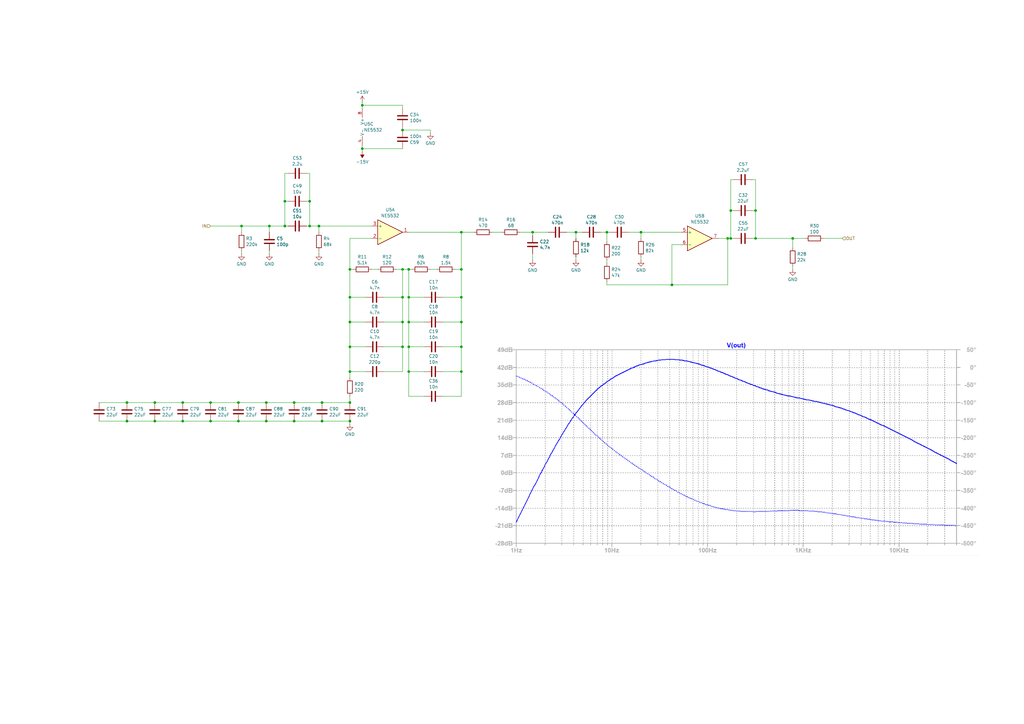
<source format=kicad_sch>
(kicad_sch (version 20250114) (generator "eeschema") (generator_version "9.0")
  (paper "A3")
  (lib_symbols
    (symbol "Amplifier_Operational:NE5532" (pin_names (offset 0.127))
      (property "Reference" "U" (at 0 5.08 0))
      (property "Value" "NE5532" (at 0 -5.08 0))
      (symbol "NE5532_1_1"
        (polyline (pts (xy -5.08 5.08) (xy 5.08 0) (xy -5.08 -5.08) (xy -5.08 5.08)) (stroke (width 0.254)) (fill (type background)))
        (pin input line (at -7.62 2.54 0) (length 2.54) (name "+") (number "3"))
        (pin input line (at -7.62 -2.54 0) (length 2.54) (name "-") (number "2"))
        (pin output line (at 7.62 0 180) (length 2.54) (name "~") (number "1"))
      )
      (symbol "NE5532_2_1"
        (polyline (pts (xy -5.08 5.08) (xy 5.08 0) (xy -5.08 -5.08) (xy -5.08 5.08)) (stroke (width 0.254)) (fill (type background)))
        (pin input line (at -7.62 2.54 0) (length 2.54) (name "+") (number "5"))
        (pin input line (at -7.62 -2.54 0) (length 2.54) (name "-") (number "6"))
        (pin output line (at 7.62 0 180) (length 2.54) (name "~") (number "7"))
      )
      (symbol "NE5532_3_1"
        (pin power_in line (at -2.54 7.62 270) (length 3.81) (name "V+") (number "8"))
        (pin power_in line (at -2.54 -7.62 90) (length 3.81) (name "V-") (number "4"))
      )
    )
    (symbol "Device:C" (pin_numbers (hide yes)) (pin_names (offset 0.254))
      (property "Reference" "C" (at 0.635 2.54 0))
      (property "Value" "C" (at 0.635 -2.54 0))
      (symbol "C_0_1"
        (polyline (pts (xy -2.032 0.762) (xy 2.032 0.762)) (stroke (width 0.508)))
        (polyline (pts (xy -2.032 -0.762) (xy 2.032 -0.762)) (stroke (width 0.508)))
      )
      (symbol "C_1_1"
        (pin passive line (at 0 3.81 270) (length 2.794) (name "~") (number "1"))
        (pin passive line (at 0 -3.81 90) (length 2.794) (name "~") (number "2"))
      )
    )
    (symbol "Device:R" (pin_numbers (hide yes)) (pin_names (offset 0))
      (property "Reference" "R" (at 2.032 0 90))
      (property "Value" "R" (at 0 0 90))
      (symbol "R_0_1"
        (rectangle (start -1.016 -2.54) (end 1.016 2.54) (stroke (width 0.254)))
      )
      (symbol "R_1_1"
        (pin passive line (at 0 3.81 270) (length 1.27) (name "~") (number "1"))
        (pin passive line (at 0 -3.81 90) (length 1.27) (name "~") (number "2"))
      )
    )
    (symbol "power:+15V" (power) (pin_numbers (hide yes)) (pin_names (offset 0) (hide yes))
      (property "Value" "+15V" (at 0 3.556 0))
      (symbol "+15V_0_1"
        (polyline (pts (xy -0.762 1.27) (xy 0 2.54)))
        (polyline (pts (xy 0 2.54) (xy 0.762 1.27)))
        (polyline (pts (xy 0 0) (xy 0 2.54)))
      )
      (symbol "+15V_1_1"
        (pin power_in line (at 0 0 90) (length 0) (name "~") (number "1"))
      )
    )
    (symbol "power:-15V" (power) (pin_numbers (hide yes)) (pin_names (offset 0) (hide yes))
      (property "Value" "-15V" (at 0 3.556 0))
      (symbol "-15V_0_0"
        (pin power_in line (at 0 0 90) (length 0) (name "~") (number "1"))
      )
      (symbol "-15V_0_1"
        (polyline (pts (xy 0 0) (xy 0 1.27) (xy 0.762 1.27) (xy 0 2.54) (xy -0.762 1.27) (xy 0 1.27)) (fill (type outline)))
      )
    )
    (symbol "power:GND" (power) (pin_numbers (hide yes)) (pin_names (offset 0) (hide yes))
      (property "Value" "GND" (at 0 -3.81 0))
      (symbol "GND_0_1"
        (polyline (pts (xy 0 0) (xy 0 -1.27) (xy 1.27 -1.27) (xy 0 -2.54) (xy -1.27 -1.27) (xy 0 -1.27)))
      )
      (symbol "GND_1_1"
        (pin power_in line (at 0 0 270) (length 0) (name "~") (number "1"))
      )
    )
  )
  (junction (at 74.93 172.72))
  (junction (at 189.23 152.4))
  (junction (at 74.93 165.1))
  (junction (at 148.59 60.96))
  (junction (at 236.22 95.25))
  (junction (at 127 92.71))
  (junction (at 167.64 110.49))
  (junction (at 262.89 95.25))
  (junction (at 167.64 142.24))
  (junction (at 143.51 110.49))
  (junction (at 167.64 121.92))
  (junction (at 309.88 97.79))
  (junction (at 120.65 172.72))
  (junction (at 110.49 92.71))
  (junction (at 52.07 172.72))
  (junction (at 116.84 92.71))
  (junction (at 189.23 110.49))
  (junction (at 189.23 132.08))
  (junction (at 275.59 116.84))
  (junction (at 299.72 86.36))
  (junction (at 189.23 121.92))
  (junction (at 325.12 97.79))
  (junction (at 97.79 165.1))
  (junction (at 97.79 172.72))
  (junction (at 86.36 165.1))
  (junction (at 63.5 172.72))
  (junction (at 109.22 165.1))
  (junction (at 167.64 152.4))
  (junction (at 309.88 86.36))
  (junction (at 165.1 110.49))
  (junction (at 248.92 95.25))
  (junction (at 120.65 165.1))
  (junction (at 63.5 165.1))
  (junction (at 165.1 132.08))
  (junction (at 167.64 132.08))
  (junction (at 109.22 172.72))
  (junction (at 143.51 152.4))
  (junction (at 143.51 172.72))
  (junction (at 143.51 142.24))
  (junction (at 189.23 95.25))
  (junction (at 165.1 121.92))
  (junction (at 116.84 82.55))
  (junction (at 130.81 92.71))
  (junction (at 99.06 92.71))
  (junction (at 143.51 121.92))
  (junction (at 218.44 95.25))
  (junction (at 143.51 132.08))
  (junction (at 148.59 43.18))
  (junction (at 165.1 53.34))
  (junction (at 86.36 172.72))
  (junction (at 298.45 97.79))
  (junction (at 189.23 142.24))
  (junction (at 127 82.55))
  (junction (at 132.08 165.1))
  (junction (at 132.08 172.72))
  (junction (at 143.51 165.1))
  (junction (at 299.72 97.79))
  (junction (at 52.07 165.1))
  (junction (at 165.1 142.24))
  (wire (pts (xy 167.64 142.24) (xy 173.99 142.24)))
  (wire (pts (xy 127 71.12) (xy 125.73 71.12)))
  (wire (pts (xy 298.45 97.79) (xy 299.72 97.79)))
  (wire (pts (xy 189.23 152.4) (xy 181.61 152.4)))
  (wire (pts (xy 143.51 142.24) (xy 149.86 142.24)))
  (wire (pts (xy 130.81 104.14) (xy 130.81 102.87)))
  (wire (pts (xy 162.56 110.49) (xy 165.1 110.49)))
  (wire (pts (xy 143.51 121.92) (xy 143.51 132.08)))
  (wire (pts (xy 143.51 165.1) (xy 143.51 162.56)))
  (wire (pts (xy 167.64 110.49) (xy 168.91 110.49)))
  (wire (pts (xy 165.1 121.92) (xy 165.1 110.49)))
  (wire (pts (xy 74.93 172.72) (xy 86.36 172.72)))
  (wire (pts (xy 165.1 121.92) (xy 165.1 132.08)))
  (wire (pts (xy 236.22 95.25) (xy 236.22 97.79)))
  (wire (pts (xy 308.61 86.36) (xy 309.88 86.36)))
  (wire (pts (xy 218.44 95.25) (xy 224.79 95.25)))
  (wire (pts (xy 299.72 86.36) (xy 299.72 73.66)))
  (wire (pts (xy 262.89 97.79) (xy 262.89 95.25)))
  (wire (pts (xy 118.11 71.12) (xy 116.84 71.12)))
  (wire (pts (xy 157.48 142.24) (xy 165.1 142.24)))
  (wire (pts (xy 236.22 106.68) (xy 236.22 105.41)))
  (wire (pts (xy 165.1 142.24) (xy 165.1 152.4)))
  (wire (pts (xy 218.44 95.25) (xy 218.44 96.52)))
  (wire (pts (xy 118.11 82.55) (xy 116.84 82.55)))
  (wire (pts (xy 110.49 95.25) (xy 110.49 92.71)))
  (wire (pts (xy 148.59 43.18) (xy 165.1 43.18)))
  (wire (pts (xy 275.59 116.84) (xy 298.45 116.84)))
  (wire (pts (xy 125.73 82.55) (xy 127 82.55)))
  (wire (pts (xy 109.22 172.72) (xy 120.65 172.72)))
  (wire (pts (xy 86.36 172.72) (xy 97.79 172.72)))
  (wire (pts (xy 52.07 165.1) (xy 63.5 165.1)))
  (wire (pts (xy 309.88 73.66) (xy 309.88 86.36)))
  (wire (pts (xy 294.64 97.79) (xy 298.45 97.79)))
  (wire (pts (xy 157.48 121.92) (xy 165.1 121.92)))
  (wire (pts (xy 110.49 92.71) (xy 116.84 92.71)))
  (wire (pts (xy 148.59 43.18) (xy 148.59 44.45)))
  (wire (pts (xy 189.23 121.92) (xy 189.23 110.49)))
  (wire (pts (xy 148.59 59.69) (xy 148.59 60.96)))
  (wire (pts (xy 298.45 97.79) (xy 298.45 116.84)))
  (wire (pts (xy 116.84 71.12) (xy 116.84 82.55)))
  (wire (pts (xy 109.22 165.1) (xy 120.65 165.1)))
  (wire (pts (xy 248.92 116.84) (xy 248.92 115.57)))
  (wire (pts (xy 299.72 73.66) (xy 300.99 73.66)))
  (wire (pts (xy 167.64 162.56) (xy 173.99 162.56)))
  (wire (pts (xy 176.53 110.49) (xy 179.07 110.49)))
  (wire (pts (xy 40.64 172.72) (xy 52.07 172.72)))
  (wire (pts (xy 325.12 101.6) (xy 325.12 97.79)))
  (wire (pts (xy 143.51 97.79) (xy 143.51 110.49)))
  (wire (pts (xy 167.64 95.25) (xy 189.23 95.25)))
  (wire (pts (xy 176.53 53.34) (xy 165.1 53.34)))
  (wire (pts (xy 132.08 172.72) (xy 143.51 172.72)))
  (wire (pts (xy 186.69 110.49) (xy 189.23 110.49)))
  (wire (pts (xy 99.06 95.25) (xy 99.06 92.71)))
  (wire (pts (xy 167.64 152.4) (xy 167.64 162.56)))
  (wire (pts (xy 248.92 95.25) (xy 248.92 99.06)))
  (wire (pts (xy 99.06 92.71) (xy 110.49 92.71)))
  (wire (pts (xy 152.4 97.79) (xy 143.51 97.79)))
  (wire (pts (xy 127 82.55) (xy 127 92.71)))
  (wire (pts (xy 167.64 110.49) (xy 167.64 121.92)))
  (wire (pts (xy 99.06 104.14) (xy 99.06 102.87)))
  (wire (pts (xy 165.1 43.18) (xy 165.1 44.45)))
  (wire (pts (xy 309.88 86.36) (xy 309.88 97.79)))
  (wire (pts (xy 299.72 86.36) (xy 300.99 86.36)))
  (wire (pts (xy 86.36 165.1) (xy 97.79 165.1)))
  (wire (pts (xy 40.64 165.1) (xy 52.07 165.1)))
  (wire (pts (xy 143.51 132.08) (xy 149.86 132.08)))
  (wire (pts (xy 248.92 116.84) (xy 275.59 116.84)))
  (wire (pts (xy 143.51 152.4) (xy 143.51 154.94)))
  (wire (pts (xy 165.1 110.49) (xy 167.64 110.49)))
  (wire (pts (xy 279.4 100.33) (xy 275.59 100.33)))
  (wire (pts (xy 130.81 92.71) (xy 130.81 95.25)))
  (wire (pts (xy 165.1 152.4) (xy 157.48 152.4)))
  (wire (pts (xy 181.61 132.08) (xy 189.23 132.08)))
  (wire (pts (xy 218.44 106.68) (xy 218.44 104.14)))
  (wire (pts (xy 189.23 152.4) (xy 189.23 162.56)))
  (wire (pts (xy 52.07 172.72) (xy 63.5 172.72)))
  (wire (pts (xy 152.4 110.49) (xy 154.94 110.49)))
  (wire (pts (xy 167.64 121.92) (xy 167.64 132.08)))
  (wire (pts (xy 63.5 165.1) (xy 74.93 165.1)))
  (wire (pts (xy 165.1 132.08) (xy 165.1 142.24)))
  (wire (pts (xy 309.88 97.79) (xy 325.12 97.79)))
  (wire (pts (xy 165.1 52.07) (xy 165.1 53.34)))
  (wire (pts (xy 143.51 110.49) (xy 144.78 110.49)))
  (wire (pts (xy 143.51 110.49) (xy 143.51 121.92)))
  (wire (pts (xy 232.41 95.25) (xy 236.22 95.25)))
  (wire (pts (xy 143.51 132.08) (xy 143.51 142.24)))
  (wire (pts (xy 143.51 173.99) (xy 143.51 172.72)))
  (wire (pts (xy 262.89 106.68) (xy 262.89 105.41)))
  (wire (pts (xy 189.23 162.56) (xy 181.61 162.56)))
  (wire (pts (xy 120.65 165.1) (xy 132.08 165.1)))
  (wire (pts (xy 97.79 165.1) (xy 109.22 165.1)))
  (wire (pts (xy 325.12 97.79) (xy 330.2 97.79)))
  (wire (pts (xy 181.61 142.24) (xy 189.23 142.24)))
  (wire (pts (xy 143.51 121.92) (xy 149.86 121.92)))
  (wire (pts (xy 63.5 172.72) (xy 74.93 172.72)))
  (wire (pts (xy 148.59 60.96) (xy 148.59 62.23)))
  (wire (pts (xy 248.92 107.95) (xy 248.92 106.68)))
  (wire (pts (xy 143.51 142.24) (xy 143.51 152.4)))
  (wire (pts (xy 127 82.55) (xy 127 71.12)))
  (wire (pts (xy 148.59 41.91) (xy 148.59 43.18)))
  (wire (pts (xy 167.64 132.08) (xy 167.64 142.24)))
  (wire (pts (xy 181.61 121.92) (xy 189.23 121.92)))
  (wire (pts (xy 248.92 95.25) (xy 250.19 95.25)))
  (wire (pts (xy 130.81 92.71) (xy 152.4 92.71)))
  (wire (pts (xy 189.23 132.08) (xy 189.23 142.24)))
  (wire (pts (xy 143.51 152.4) (xy 149.86 152.4)))
  (wire (pts (xy 308.61 73.66) (xy 309.88 73.66)))
  (wire (pts (xy 125.73 92.71) (xy 127 92.71)))
  (wire (pts (xy 325.12 109.22) (xy 325.12 110.49)))
  (wire (pts (xy 167.64 121.92) (xy 173.99 121.92)))
  (wire (pts (xy 308.61 97.79) (xy 309.88 97.79)))
  (wire (pts (xy 236.22 95.25) (xy 238.76 95.25)))
  (wire (pts (xy 127 92.71) (xy 130.81 92.71)))
  (wire (pts (xy 86.36 92.71) (xy 99.06 92.71)))
  (wire (pts (xy 299.72 97.79) (xy 300.99 97.79)))
  (wire (pts (xy 110.49 104.14) (xy 110.49 102.87)))
  (wire (pts (xy 176.53 54.61) (xy 176.53 53.34)))
  (wire (pts (xy 275.59 100.33) (xy 275.59 116.84)))
  (wire (pts (xy 201.93 95.25) (xy 205.74 95.25)))
  (wire (pts (xy 116.84 92.71) (xy 118.11 92.71)))
  (wire (pts (xy 167.64 142.24) (xy 167.64 152.4)))
  (wire (pts (xy 337.82 97.79) (xy 345.44 97.79)))
  (wire (pts (xy 189.23 142.24) (xy 189.23 152.4)))
  (wire (pts (xy 189.23 95.25) (xy 189.23 110.49)))
  (wire (pts (xy 116.84 82.55) (xy 116.84 92.71)))
  (wire (pts (xy 157.48 132.08) (xy 165.1 132.08)))
  (wire (pts (xy 167.64 152.4) (xy 173.99 152.4)))
  (wire (pts (xy 213.36 95.25) (xy 218.44 95.25)))
  (wire (pts (xy 246.38 95.25) (xy 248.92 95.25)))
  (wire (pts (xy 189.23 121.92) (xy 189.23 132.08)))
  (wire (pts (xy 120.65 172.72) (xy 132.08 172.72)))
  (wire (pts (xy 74.93 165.1) (xy 86.36 165.1)))
  (wire (pts (xy 167.64 132.08) (xy 173.99 132.08)))
  (wire (pts (xy 257.81 95.25) (xy 262.89 95.25)))
  (wire (pts (xy 97.79 172.72) (xy 109.22 172.72)))
  (wire (pts (xy 189.23 95.25) (xy 194.31 95.25)))
  (wire (pts (xy 262.89 95.25) (xy 279.4 95.25)))
  (wire (pts (xy 148.59 60.96) (xy 165.1 60.96)))
  (wire (pts (xy 132.08 165.1) (xy 143.51 165.1)))
  (wire (pts (xy 299.72 97.79) (xy 299.72 86.36)))
  (image (at 302.26 184.15) (scale 0.585215))
  (hierarchical_label "OUT" (shape input) (at 345.44 97.79 0))
  (hierarchical_label "IN" (shape input) (at 86.36 92.71 180))
  (symbol (lib_id "Device:R") (at 209.55 95.25 90) (unit 1)
    (property "Reference" "R19" (at 209.55 90.0895 90))
    (property "Value" "68" (at 209.55 92.5138 90))
    (property "Footprint" "Resistor_SMD:R_0603_1608Metric" (effects (hide yes)))
    (property "Description" "Resistor" (effects (hide yes)))
    (property "LCSC" "C27592" (effects (hide yes)))
    (instances (project "RIAA_preamp" (path "" (reference "R16") (unit 1)) (path "" (reference "R19") (unit 1))))
  )
  (symbol (lib_id "power:GND") (at 262.89 106.68 0) (unit 1)
    (property "Reference" "#PWR017" (effects (hide yes)))
    (property "Value" "GND" (at 262.89 110.8131 0))
    (property "Description" "Power symbol creates a global label with name \"GND\" , ground" (effects (hide yes)))
    (instances (project "RIAA_preamp" (path "" (reference "#PWR016") (unit 1)) (path "" (reference "#PWR017") (unit 1))))
  )
  (symbol (lib_id "power:GND") (at 236.22 106.68 0) (unit 1)
    (property "Reference" "#PWR015" (effects (hide yes)))
    (property "Value" "GND" (at 236.22 110.8131 0))
    (property "Description" "Power symbol creates a global label with name \"GND\" , ground" (effects (hide yes)))
    (instances (project "RIAA_preamp" (path "" (reference "#PWR014") (unit 1)) (path "" (reference "#PWR015") (unit 1))))
  )
  (symbol (lib_id "Device:C") (at 218.44 100.33 180) (unit 1)
    (property "Reference" "C31" (at 221.361 99.1178 0) (effects (justify right)))
    (property "Value" "4.7n" (at 221.361 101.5421 0) (effects (justify right)))
    (property "Footprint" "Capacitor_SMD:C_0603_1608Metric" (effects (hide yes)))
    (property "Description" "Unpolarized capacitor" (effects (hide yes)))
    (property "LCSC" "C883564" (effects (hide yes)))
    (instances (project "RIAA_preamp" (path "" (reference "C22") (unit 1)) (path "" (reference "C31") (unit 1))))
  )
  (symbol (lib_id "Device:R") (at 236.22 101.6 180) (unit 1)
    (property "Reference" "R23" (at 237.998 100.3878 0) (effects (justify right)))
    (property "Value" "12k" (at 237.998 102.8121 0) (effects (justify right)))
    (property "Footprint" "Resistor_SMD:R_0603_1608Metric" (effects (hide yes)))
    (property "Description" "Resistor" (effects (hide yes)))
    (property "LCSC" "C22790" (effects (hide yes)))
    (instances (project "RIAA_preamp" (path "" (reference "R18") (unit 1)) (path "" (reference "R23") (unit 1))))
  )
  (symbol (lib_id "Device:C") (at 177.8 142.24 90) (unit 1)
    (property "Reference" "C27" (at 177.8 135.9365 90))
    (property "Value" "10n" (at 177.8 138.3608 90))
    (property "Footprint" "Capacitor_SMD:C_0805_2012Metric" (effects (hide yes)))
    (property "Description" "Unpolarized capacitor" (effects (hide yes)))
    (property "LCSC" "C441760" (effects (hide yes)))
    (instances (project "RIAA_preamp" (path "" (reference "C19") (unit 1)) (path "" (reference "C27") (unit 1))))
  )
  (symbol (lib_id "Device:C") (at 86.36 168.91 0) (unit 1)
    (property "Reference" "C82" (at 89.281 167.6978 0) (effects (justify left)))
    (property "Value" "22uF" (at 89.281 170.1221 0) (effects (justify left)))
    (property "Footprint" "Capacitor_SMD:C_0603_1608Metric" (effects (hide yes)))
    (property "Description" "Unpolarized capacitor" (effects (hide yes)))
    (property "LCSC" "C59461" (effects (hide yes)))
    (instances (project "RIAA_preamp" (path "" (reference "C81") (unit 1)) (path "" (reference "C82") (unit 1))))
  )
  (symbol (lib_id "Device:C") (at 109.22 168.91 0) (unit 1)
    (property "Reference" "C93" (at 112.141 167.6978 0) (effects (justify left)))
    (property "Value" "22uF" (at 112.141 170.1221 0) (effects (justify left)))
    (property "Footprint" "Capacitor_SMD:C_0603_1608Metric" (effects (hide yes)))
    (property "Description" "Unpolarized capacitor" (effects (hide yes)))
    (property "LCSC" "C59461" (effects (hide yes)))
    (instances (project "RIAA_preamp" (path "" (reference "C88") (unit 1)) (path "" (reference "C93") (unit 1))))
  )
  (symbol (lib_id "Device:C") (at 132.08 168.91 0) (unit 1)
    (property "Reference" "C95" (at 135.001 167.6978 0) (effects (justify left)))
    (property "Value" "22uF" (at 135.001 170.1221 0) (effects (justify left)))
    (property "Footprint" "Capacitor_SMD:C_0603_1608Metric" (effects (hide yes)))
    (property "Description" "Unpolarized capacitor" (effects (hide yes)))
    (property "LCSC" "C59461" (effects (hide yes)))
    (instances (project "RIAA_preamp" (path "" (reference "C90") (unit 1)) (path "" (reference "C95") (unit 1))))
  )
  (symbol (lib_id "Device:C") (at 153.67 121.92 90) (unit 1)
    (property "Reference" "C7" (at 153.67 115.6165 90))
    (property "Value" "4.7n" (at 153.67 118.0408 90))
    (property "Footprint" "Capacitor_SMD:C_0603_1608Metric" (effects (hide yes)))
    (property "Description" "Unpolarized capacitor" (effects (hide yes)))
    (property "LCSC" "C883564" (effects (hide yes)))
    (instances (project "RIAA_preamp" (path "" (reference "C6") (unit 1)) (path "" (reference "C7") (unit 1))))
  )
  (symbol (lib_id "power:GND") (at 99.06 104.14 0) (unit 1)
    (property "Reference" "#PWR05" (effects (hide yes)))
    (property "Value" "GND" (at 99.06 108.2731 0))
    (property "Description" "Power symbol creates a global label with name \"GND\" , ground" (effects (hide yes)))
    (instances (project "" (path "" (reference "#PWR02") (unit 1)) (path "" (reference "#PWR05") (unit 1))))
  )
  (symbol (lib_id "Device:R") (at 334.01 97.79 270) (unit 1)
    (property "Reference" "R36" (at 334.01 92.6295 90))
    (property "Value" "100" (at 334.01 95.0538 90))
    (property "Footprint" "Resistor_SMD:R_0603_1608Metric" (effects (hide yes)))
    (property "Description" "Resistor" (effects (hide yes)))
    (property "LCSC" "C22775" (effects (hide yes)))
    (instances (project "RIAA_preamp" (path "" (reference "R30") (unit 1)) (path "" (reference "R36") (unit 1))))
  )
  (symbol (lib_id "Amplifier_Operational:NE5532") (at 151.13 52.07 0) (unit 3)
    (property "Reference" "U1" (at 149.225 50.8578 0) (effects (justify left)))
    (property "Value" "NE5532" (at 149.225 53.2821 0) (effects (justify left)))
    (property "Footprint" "Package_SO:SOIC-8_3.9x4.9mm_P1.27mm" (effects (hide yes)))
    (property "Datasheet" "http://www.ti.com/lit/ds/symlink/ne5532.pdf" (effects (hide yes)))
    (property "Description" "Dual Low-Noise Operational Amplifiers, DIP-8/SOIC-8" (effects (hide yes)))
    (property "LCSC" "C7426" (effects (hide yes)))
    (instances (project "" (path "" (reference "U5") (unit 3)) (path "" (reference "U1") (unit 3))))
  )
  (symbol (lib_id "Device:R") (at 130.81 99.06 0) (unit 1)
    (property "Reference" "R5" (at 132.588 97.8478 0) (effects (justify left)))
    (property "Value" "68k" (at 132.588 100.2721 0) (effects (justify left)))
    (property "Footprint" "Resistor_SMD:R_0603_1608Metric" (effects (hide yes)))
    (property "Description" "Resistor" (effects (hide yes)))
    (property "LCSC" "C23231" (effects (hide yes)))
    (instances (project "RIAA_preamp" (path "" (reference "R4") (unit 1)) (path "" (reference "R5") (unit 1))))
  )
  (symbol (lib_id "Device:R") (at 325.12 105.41 180) (unit 1)
    (property "Reference" "R31" (at 326.898 104.1978 0) (effects (justify right)))
    (property "Value" "22k" (at 326.898 106.6221 0) (effects (justify right)))
    (property "Footprint" "Resistor_SMD:R_0603_1608Metric" (effects (hide yes)))
    (property "Description" "Resistor" (effects (hide yes)))
    (property "LCSC" "C31850" (effects (hide yes)))
    (instances (project "RIAA_preamp" (path "" (reference "R28") (unit 1)) (path "" (reference "R31") (unit 1))))
  )
  (symbol (lib_id "Device:C") (at 304.8 73.66 270) (unit 1)
    (property "Reference" "C58" (at 304.8 67.3565 90))
    (property "Value" "2.2uF" (at 304.8 69.7808 90))
    (property "Footprint" "Capacitor_SMD:C_0805_2012Metric" (effects (hide yes)))
    (property "Description" "Unpolarized capacitor" (effects (hide yes)))
    (property "LCSC" "C377773" (effects (hide yes)))
    (instances (project "RIAA_preamp" (path "" (reference "C57") (unit 1)) (path "" (reference "C58") (unit 1))))
  )
  (symbol (lib_id "power:GND") (at 325.12 110.49 0) (unit 1)
    (property "Reference" "#PWR019" (effects (hide yes)))
    (property "Value" "GND" (at 325.12 114.6231 0))
    (property "Description" "Power symbol creates a global label with name \"GND\" , ground" (effects (hide yes)))
    (instances (project "RIAA_preamp" (path "" (reference "#PWR018") (unit 1)) (path "" (reference "#PWR019") (unit 1))))
  )
  (symbol (lib_id "power:GND") (at 110.49 104.14 0) (unit 1)
    (property "Reference" "#PWR07" (effects (hide yes)))
    (property "Value" "GND" (at 110.49 108.2731 0))
    (property "Description" "Power symbol creates a global label with name \"GND\" , ground" (effects (hide yes)))
    (instances (project "RIAA_preamp" (path "" (reference "#PWR06") (unit 1)) (path "" (reference "#PWR07") (unit 1))))
  )
  (symbol (lib_id "Device:R") (at 262.89 101.6 180) (unit 1)
    (property "Reference" "R29" (at 264.668 100.3878 0) (effects (justify right)))
    (property "Value" "82k" (at 264.668 102.8121 0) (effects (justify right)))
    (property "Footprint" "Resistor_SMD:R_0603_1608Metric" (effects (hide yes)))
    (property "Description" "Resistor" (effects (hide yes)))
    (property "LCSC" "C23254" (effects (hide yes)))
    (instances (project "RIAA_preamp" (path "" (reference "R26") (unit 1)) (path "" (reference "R29") (unit 1))))
  )
  (symbol (lib_id "Device:C") (at 177.8 162.56 90) (unit 1)
    (property "Reference" "C38" (at 177.8 156.2565 90))
    (property "Value" "10n" (at 177.8 158.6808 90))
    (property "Footprint" "Capacitor_SMD:C_0805_2012Metric" (effects (hide yes)))
    (property "Description" "Unpolarized capacitor" (effects (hide yes)))
    (property "LCSC" "C441760" (effects (hide yes)))
    (instances (project "RIAA_preamp" (path "" (reference "C36") (unit 1)) (path "" (reference "C38") (unit 1))))
  )
  (symbol (lib_id "Device:C") (at 74.93 168.91 0) (unit 1)
    (property "Reference" "C80" (at 77.851 167.6978 0) (effects (justify left)))
    (property "Value" "22uF" (at 77.851 170.1221 0) (effects (justify left)))
    (property "Footprint" "Capacitor_SMD:C_0603_1608Metric" (effects (hide yes)))
    (property "Description" "Unpolarized capacitor" (effects (hide yes)))
    (property "LCSC" "C59461" (effects (hide yes)))
    (instances (project "RIAA_preamp" (path "" (reference "C79") (unit 1)) (path "" (reference "C80") (unit 1))))
  )
  (symbol (lib_id "Device:C") (at 304.8 97.79 270) (unit 1)
    (property "Reference" "C56" (at 304.8 91.4865 90))
    (property "Value" "22uF" (at 304.8 93.9108 90))
    (property "Footprint" "Capacitor_SMD:C_0805_2012Metric" (effects (hide yes)))
    (property "Description" "Unpolarized capacitor" (effects (hide yes)))
    (property "LCSC" "C45783" (effects (hide yes)))
    (instances (project "RIAA_preamp" (path "" (reference "C55") (unit 1)) (path "" (reference "C56") (unit 1))))
  )
  (symbol (lib_id "Device:C") (at 121.92 71.12 90) (unit 1)
    (property "Reference" "C54" (at 121.92 64.8165 90))
    (property "Value" "2.2u" (at 121.92 67.2408 90))
    (property "Footprint" "Capacitor_SMD:C_0805_2012Metric" (effects (hide yes)))
    (property "Description" "Unpolarized capacitor" (effects (hide yes)))
    (property "LCSC" "C377773" (effects (hide yes)))
    (instances (project "RIAA_preamp" (path "" (reference "C53") (unit 1)) (path "" (reference "C54") (unit 1))))
  )
  (symbol (lib_id "power:GND") (at 176.53 54.61 0) (unit 1)
    (property "Reference" "#PWR034" (effects (hide yes)))
    (property "Value" "GND" (at 176.53 58.7431 0))
    (property "Description" "Power symbol creates a global label with name \"GND\" , ground" (effects (hide yes)))
    (instances (project "RIAA_preamp" (path "" (reference "#PWR035") (unit 1)) (path "" (reference "#PWR034") (unit 1))))
  )
  (symbol (lib_id "Device:R") (at 172.72 110.49 90) (unit 1)
    (property "Reference" "R7" (at 172.72 105.3295 90))
    (property "Value" "62k" (at 172.72 107.7538 90))
    (property "Footprint" "Resistor_SMD:R_0603_1608Metric" (effects (hide yes)))
    (property "Description" "Resistor" (effects (hide yes)))
    (property "LCSC" "C23221" (effects (hide yes)))
    (instances (project "RIAA_preamp" (path "" (reference "R6") (unit 1)) (path "" (reference "R7") (unit 1))))
  )
  (symbol (lib_id "Device:R") (at 143.51 158.75 180) (unit 1)
    (property "Reference" "R21" (at 145.288 157.5378 0) (effects (justify right)))
    (property "Value" "220" (at 145.288 159.9621 0) (effects (justify right)))
    (property "Footprint" "Resistor_SMD:R_0603_1608Metric" (effects (hide yes)))
    (property "Description" "Resistor" (effects (hide yes)))
    (property "LCSC" "C22962" (effects (hide yes)))
    (instances (project "RIAA_preamp" (path "" (reference "R20") (unit 1)) (path "" (reference "R21") (unit 1))))
  )
  (symbol (lib_id "power:GND") (at 130.81 104.14 0) (unit 1)
    (property "Reference" "#PWR09" (effects (hide yes)))
    (property "Value" "GND" (at 130.81 108.2731 0))
    (property "Description" "Power symbol creates a global label with name \"GND\" , ground" (effects (hide yes)))
    (instances (project "RIAA_preamp" (path "" (reference "#PWR08") (unit 1)) (path "" (reference "#PWR09") (unit 1))))
  )
  (symbol (lib_id "Amplifier_Operational:NE5532") (at 287.02 97.79 0) (unit 2)
    (property "Reference" "U1" (at 287.02 88.5655 0))
    (property "Value" "NE5532" (at 287.02 90.9898 0))
    (property "Footprint" "Package_SO:SOIC-8_3.9x4.9mm_P1.27mm" (effects (hide yes)))
    (property "Datasheet" "http://www.ti.com/lit/ds/symlink/ne5532.pdf" (effects (hide yes)))
    (property "Description" "Dual Low-Noise Operational Amplifiers, DIP-8/SOIC-8" (effects (hide yes)))
    (property "LCSC" "C7426" (effects (hide yes)))
    (instances (project "" (path "" (reference "U5") (unit 2)) (path "" (reference "U1") (unit 2))))
  )
  (symbol (lib_id "Device:R") (at 248.92 102.87 180) (unit 1)
    (property "Reference" "R25" (at 250.698 101.6578 0) (effects (justify right)))
    (property "Value" "200" (at 250.698 104.0821 0) (effects (justify right)))
    (property "Footprint" "Resistor_SMD:R_0603_1608Metric" (effects (hide yes)))
    (property "Description" "Resistor" (effects (hide yes)))
    (property "LCSC" "C8218" (effects (hide yes)))
    (instances (project "RIAA_preamp" (path "" (reference "R22") (unit 1)) (path "" (reference "R25") (unit 1))))
  )
  (symbol (lib_id "Device:C") (at 121.92 92.71 90) (unit 1)
    (property "Reference" "C52" (at 121.92 86.4065 90))
    (property "Value" "10u" (at 121.92 88.8308 90))
    (property "Footprint" "Capacitor_SMD:C_0805_2012Metric" (effects (hide yes)))
    (property "Description" "Unpolarized capacitor" (effects (hide yes)))
    (property "LCSC" "C440198" (effects (hide yes)))
    (instances (project "RIAA_preamp" (path "" (reference "C51") (unit 1)) (path "" (reference "C52") (unit 1))))
  )
  (symbol (lib_id "Device:C") (at 177.8 132.08 90) (unit 1)
    (property "Reference" "C23" (at 177.8 125.7765 90))
    (property "Value" "10n" (at 177.8 128.2008 90))
    (property "Footprint" "Capacitor_SMD:C_0805_2012Metric" (effects (hide yes)))
    (property "Description" "Unpolarized capacitor" (effects (hide yes)))
    (property "LCSC" "C441760" (effects (hide yes)))
    (instances (project "RIAA_preamp" (path "" (reference "C18") (unit 1)) (path "" (reference "C23") (unit 1))))
  )
  (symbol (lib_id "Device:C") (at 97.79 168.91 0) (unit 1)
    (property "Reference" "C92" (at 100.711 167.6978 0) (effects (justify left)))
    (property "Value" "22uF" (at 100.711 170.1221 0) (effects (justify left)))
    (property "Footprint" "Capacitor_SMD:C_0603_1608Metric" (effects (hide yes)))
    (property "Description" "Unpolarized capacitor" (effects (hide yes)))
    (property "LCSC" "C59461" (effects (hide yes)))
    (instances (project "RIAA_preamp" (path "" (reference "C87") (unit 1)) (path "" (reference "C92") (unit 1))))
  )
  (symbol (lib_id "Device:C") (at 153.67 132.08 90) (unit 1)
    (property "Reference" "C9" (at 153.67 125.7765 90))
    (property "Value" "4.7n" (at 153.67 128.2008 90))
    (property "Footprint" "Capacitor_SMD:C_0603_1608Metric" (effects (hide yes)))
    (property "Description" "Unpolarized capacitor" (effects (hide yes)))
    (property "LCSC" "C883564" (effects (hide yes)))
    (instances (project "RIAA_preamp" (path "" (reference "C8") (unit 1)) (path "" (reference "C9") (unit 1))))
  )
  (symbol (lib_id "power:GND") (at 143.51 173.99 0) (unit 1)
    (property "Reference" "#PWR013" (effects (hide yes)))
    (property "Value" "GND" (at 143.51 178.1231 0))
    (property "Description" "Power symbol creates a global label with name \"GND\" , ground" (effects (hide yes)))
    (instances (project "RIAA_preamp" (path "" (reference "#PWR012") (unit 1)) (path "" (reference "#PWR013") (unit 1))))
  )
  (symbol (lib_id "power:+15V") (at 148.59 41.91 0) (unit 1)
    (property "Reference" "#PWR021" (effects (hide yes)))
    (property "Value" "+15V" (at 148.59 37.7769 0))
    (property "Description" "Power symbol creates a global label with name \"+15V\"" (effects (hide yes)))
    (instances (project "" (path "" (reference "#PWR020") (unit 1)) (path "" (reference "#PWR021") (unit 1))))
  )
  (symbol (lib_id "Device:C") (at 63.5 168.91 0) (unit 1)
    (property "Reference" "C78" (at 66.421 167.6978 0) (effects (justify left)))
    (property "Value" "22uF" (at 66.421 170.1221 0) (effects (justify left)))
    (property "Footprint" "Capacitor_SMD:C_0603_1608Metric" (effects (hide yes)))
    (property "Description" "Unpolarized capacitor" (effects (hide yes)))
    (property "LCSC" "C59461" (effects (hide yes)))
    (instances (project "RIAA_preamp" (path "" (reference "C77") (unit 1)) (path "" (reference "C78") (unit 1))))
  )
  (symbol (lib_id "Device:C") (at 304.8 86.36 270) (unit 1)
    (property "Reference" "C41" (at 304.8 80.0565 90))
    (property "Value" "22uF" (at 304.8 82.4808 90))
    (property "Footprint" "Capacitor_SMD:C_0805_2012Metric" (effects (hide yes)))
    (property "Description" "Unpolarized capacitor" (effects (hide yes)))
    (property "LCSC" "C45783" (effects (hide yes)))
    (instances (project "RIAA_preamp" (path "" (reference "C32") (unit 1)) (path "" (reference "C41") (unit 1))))
  )
  (symbol (lib_id "power:GND") (at 218.44 106.68 0) (unit 1)
    (property "Reference" "#PWR011" (effects (hide yes)))
    (property "Value" "GND" (at 218.44 110.8131 0))
    (property "Description" "Power symbol creates a global label with name \"GND\" , ground" (effects (hide yes)))
    (instances (project "RIAA_preamp" (path "" (reference "#PWR010") (unit 1)) (path "" (reference "#PWR011") (unit 1))))
  )
  (symbol (lib_id "Device:C") (at 153.67 152.4 90) (unit 1)
    (property "Reference" "C13" (at 153.67 146.0965 90))
    (property "Value" "220p" (at 153.67 148.5208 90))
    (property "Footprint" "Capacitor_SMD:C_0603_1608Metric" (effects (hide yes)))
    (property "Description" "Unpolarized capacitor" (effects (hide yes)))
    (property "LCSC" "C519500" (effects (hide yes)))
    (instances (project "RIAA_preamp" (path "" (reference "C12") (unit 1)) (path "" (reference "C13") (unit 1))))
  )
  (symbol (lib_id "Amplifier_Operational:NE5532") (at 160.02 95.25 0) (unit 1)
    (property "Reference" "U1" (at 160.02 86.0255 0))
    (property "Value" "NE5532" (at 160.02 88.4498 0))
    (property "Footprint" "Package_SO:SOIC-8_3.9x4.9mm_P1.27mm" (effects (hide yes)))
    (property "Datasheet" "http://www.ti.com/lit/ds/symlink/ne5532.pdf" (effects (hide yes)))
    (property "Description" "Dual Low-Noise Operational Amplifiers, DIP-8/SOIC-8" (effects (hide yes)))
    (property "LCSC" "C7426" (effects (hide yes)))
    (instances (project "" (path "" (reference "U5") (unit 1)) (path "" (reference "U1") (unit 1))))
  )
  (symbol (lib_id "Device:C") (at 254 95.25 270) (unit 1)
    (property "Reference" "C40" (at 254 88.9465 90))
    (property "Value" "470n" (at 254 91.3708 90))
    (property "Footprint" "Capacitor_SMD:C_0805_2012Metric" (effects (hide yes)))
    (property "Description" "Unpolarized capacitor" (effects (hide yes)))
    (property "LCSC" "C13967" (effects (hide yes)))
    (instances (project "RIAA_preamp" (path "" (reference "C30") (unit 1)) (path "" (reference "C40") (unit 1))))
  )
  (symbol (lib_id "Device:C") (at 143.51 168.91 0) (unit 1)
    (property "Reference" "C96" (at 146.431 167.6978 0) (effects (justify left)))
    (property "Value" "22uF" (at 146.431 170.1221 0) (effects (justify left)))
    (property "Footprint" "Capacitor_SMD:C_0603_1608Metric" (effects (hide yes)))
    (property "Description" "Unpolarized capacitor" (effects (hide yes)))
    (property "LCSC" "C59461" (effects (hide yes)))
    (instances (project "RIAA_preamp" (path "" (reference "C91") (unit 1)) (path "" (reference "C96") (unit 1))))
  )
  (symbol (lib_id "Device:R") (at 158.75 110.49 90) (unit 1)
    (property "Reference" "R15" (at 158.75 105.3295 90))
    (property "Value" "120" (at 158.75 107.7538 90))
    (property "Footprint" "Resistor_SMD:R_0603_1608Metric" (effects (hide yes)))
    (property "Description" "Resistor" (effects (hide yes)))
    (property "LCSC" "C22787" (effects (hide yes)))
    (instances (project "RIAA_preamp" (path "" (reference "R12") (unit 1)) (path "" (reference "R15") (unit 1))))
  )
  (symbol (lib_id "Device:C") (at 120.65 168.91 0) (unit 1)
    (property "Reference" "C94" (at 123.571 167.6978 0) (effects (justify left)))
    (property "Value" "22uF" (at 123.571 170.1221 0) (effects (justify left)))
    (property "Footprint" "Capacitor_SMD:C_0603_1608Metric" (effects (hide yes)))
    (property "Description" "Unpolarized capacitor" (effects (hide yes)))
    (property "LCSC" "C59461" (effects (hide yes)))
    (instances (project "RIAA_preamp" (path "" (reference "C89") (unit 1)) (path "" (reference "C94") (unit 1))))
  )
  (symbol (lib_id "Device:R") (at 198.12 95.25 90) (unit 1)
    (property "Reference" "R17" (at 198.12 90.0895 90))
    (property "Value" "470" (at 198.12 92.5138 90))
    (property "Footprint" "Resistor_SMD:R_0603_1608Metric" (effects (hide yes)))
    (property "Description" "Resistor" (effects (hide yes)))
    (property "LCSC" "C23179" (effects (hide yes)))
    (instances (project "RIAA_preamp" (path "" (reference "R14") (unit 1)) (path "" (reference "R17") (unit 1))))
  )
  (symbol (lib_id "Device:C") (at 242.57 95.25 270) (unit 1)
    (property "Reference" "C39" (at 242.57 88.9465 90))
    (property "Value" "470n" (at 242.57 91.3708 90))
    (property "Footprint" "Capacitor_SMD:C_0805_2012Metric" (effects (hide yes)))
    (property "Description" "Unpolarized capacitor" (effects (hide yes)))
    (property "LCSC" "C13967" (effects (hide yes)))
    (instances (project "RIAA_preamp" (path "" (reference "C28") (unit 1)) (path "" (reference "C39") (unit 1))))
  )
  (symbol (lib_id "Device:C") (at 165.1 48.26 180) (unit 1)
    (property "Reference" "C35" (at 168.021 47.0478 0) (effects (justify right)))
    (property "Value" "100n" (at 168.021 49.4721 0) (effects (justify right)))
    (property "Footprint" "Capacitor_SMD:C_0603_1608Metric" (effects (hide yes)))
    (property "Description" "Unpolarized capacitor" (effects (hide yes)))
    (property "LCSC" "C14663" (effects (hide yes)))
    (instances (project "RIAA_preamp" (path "" (reference "C34") (unit 1)) (path "" (reference "C35") (unit 1))))
  )
  (symbol (lib_id "Device:C") (at 177.8 152.4 90) (unit 1)
    (property "Reference" "C29" (at 177.8 146.0965 90))
    (property "Value" "10n" (at 177.8 148.5208 90))
    (property "Footprint" "Capacitor_SMD:C_0805_2012Metric" (effects (hide yes)))
    (property "Description" "Unpolarized capacitor" (effects (hide yes)))
    (property "LCSC" "C441760" (effects (hide yes)))
    (instances (project "RIAA_preamp" (path "" (reference "C20") (unit 1)) (path "" (reference "C29") (unit 1))))
  )
  (symbol (lib_id "Device:C") (at 110.49 99.06 0) (unit 1)
    (property "Reference" "C1" (at 113.411 97.8478 0) (effects (justify left)))
    (property "Value" "100p" (at 113.411 100.2721 0) (effects (justify left)))
    (property "Footprint" "Capacitor_SMD:C_0603_1608Metric" (effects (hide yes)))
    (property "Description" "Unpolarized capacitor" (effects (hide yes)))
    (property "LCSC" "C55722" (effects (hide yes)))
    (instances (project "" (path "" (reference "C5") (unit 1)) (path "" (reference "C1") (unit 1))))
  )
  (symbol (lib_id "Device:R") (at 99.06 99.06 0) (unit 1)
    (property "Reference" "R1" (at 100.838 97.8478 0) (effects (justify left)))
    (property "Value" "220k" (at 100.838 100.2721 0) (effects (justify left)))
    (property "Footprint" "Resistor_SMD:R_0603_1608Metric" (effects (hide yes)))
    (property "Description" "Resistor" (effects (hide yes)))
    (property "LCSC" "C22961" (effects (hide yes)))
    (instances (project "" (path "" (reference "R3") (unit 1)) (path "" (reference "R1") (unit 1))))
  )
  (symbol (lib_id "Device:C") (at 121.92 82.55 90) (unit 1)
    (property "Reference" "C50" (at 121.92 76.2465 90))
    (property "Value" "10u" (at 121.92 78.6708 90))
    (property "Footprint" "Capacitor_SMD:C_0805_2012Metric" (effects (hide yes)))
    (property "Description" "Unpolarized capacitor" (effects (hide yes)))
    (property "LCSC" "C440198" (effects (hide yes)))
    (instances (project "RIAA_preamp" (path "" (reference "C49") (unit 1)) (path "" (reference "C50") (unit 1))))
  )
  (symbol (lib_id "power:-15V") (at 148.59 62.23 180) (unit 1)
    (property "Reference" "#PWR028" (effects (hide yes)))
    (property "Value" "-15V" (at 148.59 66.3631 0))
    (property "Description" "Power symbol creates a global label with name \"-15V\"" (effects (hide yes)))
    (instances (project "" (path "" (reference "#PWR022") (unit 1)) (path "" (reference "#PWR028") (unit 1))))
  )
  (symbol (lib_id "Device:C") (at 165.1 57.15 0) (mirror y) (unit 1)
    (property "Reference" "C48" (at 168.021 58.3622 0) (effects (justify right)))
    (property "Value" "100n" (at 168.021 55.9379 0) (effects (justify right)))
    (property "Footprint" "Capacitor_SMD:C_0603_1608Metric" (effects (hide yes)))
    (property "Description" "Unpolarized capacitor" (effects (hide yes)))
    (property "LCSC" "C14663" (effects (hide yes)))
    (instances (project "RIAA_preamp" (path "" (reference "C59") (unit 1)) (path "" (reference "C48") (unit 1))))
  )
  (symbol (lib_id "Device:R") (at 148.59 110.49 90) (unit 1)
    (property "Reference" "R13" (at 148.59 105.3295 90))
    (property "Value" "5.1k" (at 148.59 107.7538 90))
    (property "Footprint" "Resistor_SMD:R_0603_1608Metric" (effects (hide yes)))
    (property "Description" "Resistor" (effects (hide yes)))
    (property "LCSC" "C23186" (effects (hide yes)))
    (instances (project "RIAA_preamp" (path "" (reference "R11") (unit 1)) (path "" (reference "R13") (unit 1))))
  )
  (symbol (lib_id "Device:C") (at 228.6 95.25 270) (unit 1)
    (property "Reference" "C33" (at 228.6 88.9465 90))
    (property "Value" "470n" (at 228.6 91.3708 90))
    (property "Footprint" "Capacitor_SMD:C_0805_2012Metric" (effects (hide yes)))
    (property "Description" "Unpolarized capacitor" (effects (hide yes)))
    (property "LCSC" "C13967" (effects (hide yes)))
    (instances (project "RIAA_preamp" (path "" (reference "C24") (unit 1)) (path "" (reference "C33") (unit 1))))
  )
  (symbol (lib_id "Device:R") (at 182.88 110.49 90) (unit 1)
    (property "Reference" "R9" (at 182.88 105.3295 90))
    (property "Value" "1.5k" (at 182.88 107.7538 90))
    (property "Footprint" "Resistor_SMD:R_0603_1608Metric" (effects (hide yes)))
    (property "Description" "Resistor" (effects (hide yes)))
    (property "LCSC" "C22843" (effects (hide yes)))
    (instances (project "RIAA_preamp" (path "" (reference "R8") (unit 1)) (path "" (reference "R9") (unit 1))))
  )
  (symbol (lib_id "Device:C") (at 40.64 168.91 0) (unit 1)
    (property "Reference" "C74" (at 43.561 167.6978 0) (effects (justify left)))
    (property "Value" "22uF" (at 43.561 170.1221 0) (effects (justify left)))
    (property "Footprint" "Capacitor_SMD:C_0603_1608Metric" (effects (hide yes)))
    (property "Description" "Unpolarized capacitor" (effects (hide yes)))
    (property "LCSC" "C59461" (effects (hide yes)))
    (instances (project "RIAA_preamp" (path "" (reference "C73") (unit 1)) (path "" (reference "C74") (unit 1))))
  )
  (symbol (lib_id "Device:C") (at 177.8 121.92 90) (unit 1)
    (property "Reference" "C21" (at 177.8 115.6165 90))
    (property "Value" "10n" (at 177.8 118.0408 90))
    (property "Footprint" "Capacitor_SMD:C_0805_2012Metric" (effects (hide yes)))
    (property "Description" "Unpolarized capacitor" (effects (hide yes)))
    (property "LCSC" "C441760" (effects (hide yes)))
    (instances (project "RIAA_preamp" (path "" (reference "C17") (unit 1)) (path "" (reference "C21") (unit 1))))
  )
  (symbol (lib_id "Device:R") (at 248.92 111.76 180) (unit 1)
    (property "Reference" "R27" (at 250.698 110.5478 0) (effects (justify right)))
    (property "Value" "47k" (at 250.698 112.9721 0) (effects (justify right)))
    (property "Footprint" "Resistor_SMD:R_0603_1608Metric" (effects (hide yes)))
    (property "Description" "Resistor" (effects (hide yes)))
    (property "LCSC" "C25819" (effects (hide yes)))
    (instances (project "RIAA_preamp" (path "" (reference "R24") (unit 1)) (path "" (reference "R27") (unit 1))))
  )
  (symbol (lib_id "Device:C") (at 52.07 168.91 0) (unit 1)
    (property "Reference" "C76" (at 54.991 167.6978 0) (effects (justify left)))
    (property "Value" "22uF" (at 54.991 170.1221 0) (effects (justify left)))
    (property "Footprint" "Capacitor_SMD:C_0603_1608Metric" (effects (hide yes)))
    (property "Description" "Unpolarized capacitor" (effects (hide yes)))
    (property "LCSC" "C59461" (effects (hide yes)))
    (instances (project "RIAA_preamp" (path "" (reference "C75") (unit 1)) (path "" (reference "C76") (unit 1))))
  )
  (symbol (lib_id "Device:C") (at 153.67 142.24 90) (unit 1)
    (property "Reference" "C11" (at 153.67 135.9365 90))
    (property "Value" "4.7n" (at 153.67 138.3608 90))
    (property "Footprint" "Capacitor_SMD:C_0603_1608Metric" (effects (hide yes)))
    (property "Description" "Unpolarized capacitor" (effects (hide yes)))
    (property "LCSC" "C883564" (effects (hide yes)))
    (instances (project "RIAA_preamp" (path "" (reference "C10") (unit 1)) (path "" (reference "C11") (unit 1))))
  )
)
</source>
